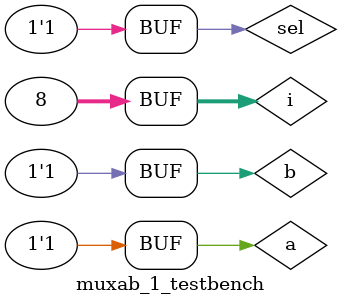
<source format=sv>
`timescale 1ps/1ps

module muxab_1 (out, a, b, sel);
	output logic out;
	input logic a, b;
	input logic sel;
	
	logic [1:0] WIRE;
	
	assign WIRE[0] = a;
	assign WIRE[1] = b;
	
	mux2_1 m (.out, .in(WIRE), .sel);
	
endmodule 

module muxab_1_testbench(); //testbench for 2-to-1
	logic a, b;
	logic sel;
	logic out;
	
	muxab_1 dut (.out, .a, .b, .sel);
	
	integer i;
	initial begin
		for(i=0; i<(8); i++) begin
			{sel, a, b} = i; #250;
		end
	end
endmodule 
</source>
